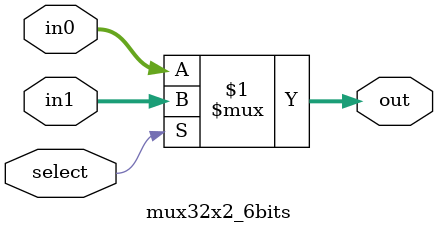
<source format=v>
/* PURPOSE: This is a multiplexer. If select is 0, output is input0. If select is 1, output is input 1. 
 * INPUTS : input 0, input 1, select bit, 
 * OUTPUTS: output
 * Conor O'Connell & Saroj Bardewa
 * 5/5/2016
 */
 
module mux32x2_6bits(in0, in1, select, out);
  parameter WIDTH = 6;
  
  input [WIDTH - 1:0] in1;
  input [WIDTH - 1:0] in0;
  input select;
  output [WIDTH - 1:0] out;
  
  assign out = select ? in1 : in0;
endmodule


</source>
